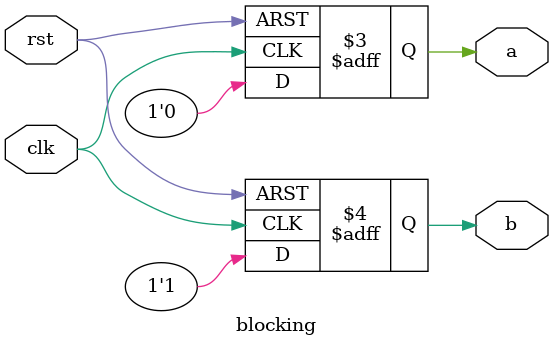
<source format=v>
module blocking (
    input  clk,
    input  rst,
    output reg  a,
    output reg  b);

    always @(posedge clk or posedge rst) begin
        if (rst) begin
            a = 0;
            b = 0;
        end else begin
            a = 10;
            b = a + 5; 
        end
    end

endmodule

</source>
